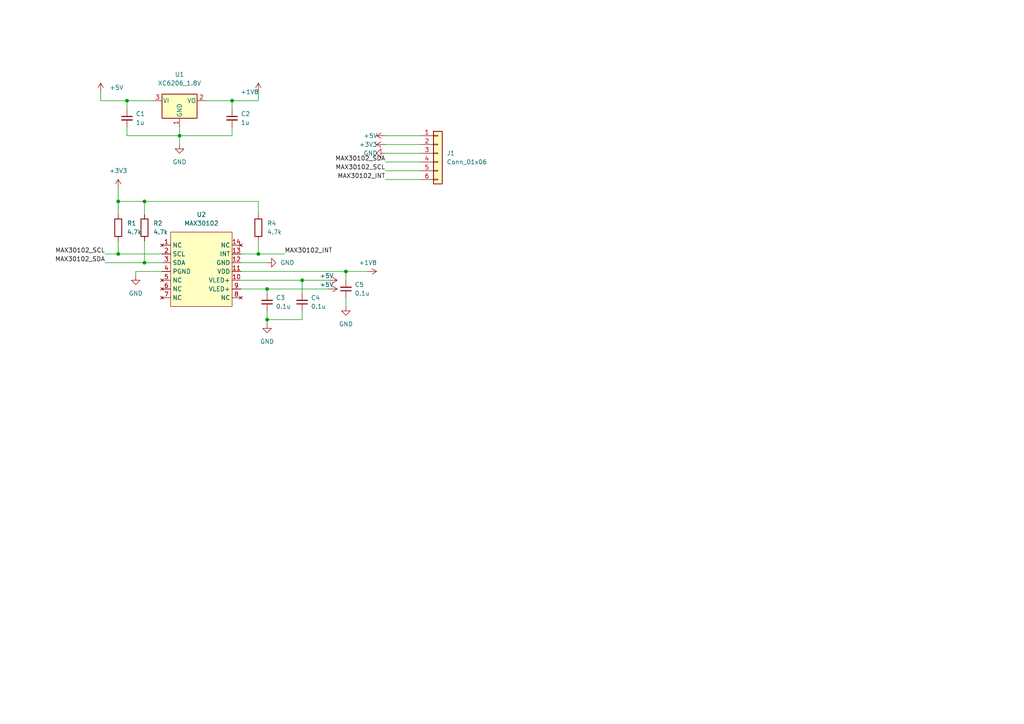
<source format=kicad_sch>
(kicad_sch (version 20211123) (generator eeschema)
  (paper "A4")
  (lib_symbols
    (symbol "Connector_Generic:Conn_01x06" (pin_names (offset 1.016) hide)
      (property "Reference" "J" (at 0 7.62 0))
      (property "Value" "Conn_01x06" (at 0 -10.16 0))
      (symbol "Conn_01x06_1_1"
        (rectangle (start -1.27 -7.493) (end 0 -7.747) (stroke (width 0.1524)))
        (rectangle (start -1.27 -4.953) (end 0 -5.207) (stroke (width 0.1524)))
        (rectangle (start -1.27 -2.413) (end 0 -2.667) (stroke (width 0.1524)))
        (rectangle (start -1.27 0.127) (end 0 -0.127) (stroke (width 0.1524)))
        (rectangle (start -1.27 2.667) (end 0 2.413) (stroke (width 0.1524)))
        (rectangle (start -1.27 5.207) (end 0 4.953) (stroke (width 0.1524)))
        (rectangle (start -1.27 6.35) (end 1.27 -8.89) (stroke (width 0.254)) (fill (type background)))
        (pin passive line (at -5.08 5.08 0) (length 3.81) (name "Pin_1") (number "1"))
        (pin passive line (at -5.08 2.54 0) (length 3.81) (name "Pin_2") (number "2"))
        (pin passive line (at -5.08 0 0) (length 3.81) (name "Pin_3") (number "3"))
        (pin passive line (at -5.08 -2.54 0) (length 3.81) (name "Pin_4") (number "4"))
        (pin passive line (at -5.08 -5.08 0) (length 3.81) (name "Pin_5") (number "5"))
        (pin passive line (at -5.08 -7.62 0) (length 3.81) (name "Pin_6") (number "6"))
      )
    )
    (symbol "Device:C_Small" (pin_numbers hide) (pin_names (offset 0.254) hide)
      (property "Reference" "C" (at 0.254 1.778 0))
      (property "Value" "C_Small" (at 0.254 -2.032 0))
      (symbol "C_Small_0_1"
        (polyline (pts (xy -1.524 -0.508) (xy 1.524 -0.508)) (stroke (width 0.3302)))
        (polyline (pts (xy -1.524 0.508) (xy 1.524 0.508)) (stroke (width 0.3048)))
      )
      (symbol "C_Small_1_1"
        (pin passive line (at 0 2.54 270) (length 2.032) (name "~") (number "1"))
        (pin passive line (at 0 -2.54 90) (length 2.032) (name "~") (number "2"))
      )
    )
    (symbol "Device:R" (pin_numbers hide) (pin_names (offset 0))
      (property "Reference" "R" (at 2.032 0 90))
      (property "Value" "R" (at 0 0 90))
      (symbol "R_0_1"
        (rectangle (start -1.016 -2.54) (end 1.016 2.54) (stroke (width 0.254)))
      )
      (symbol "R_1_1"
        (pin passive line (at 0 3.81 270) (length 1.27) (name "~") (number "1"))
        (pin passive line (at 0 -3.81 90) (length 1.27) (name "~") (number "2"))
      )
    )
    (symbol "Library:MAX30102"
      (property "Reference" "U" (at 0 -10.16 0))
      (property "Value" "MAX30102" (at 0 8.89 0))
      (symbol "MAX30102_0_1"
        (rectangle (start -8.89 10.16) (end 8.89 -11.43) (fill (type background)))
      )
      (symbol "MAX30102_1_1"
        (pin no_connect line (at -11.43 6.35 0) (length 2.54) (name "NC") (number "1"))
        (pin free line (at 11.43 -3.81 180) (length 2.54) (name "VLED+") (number "10"))
        (pin free line (at 11.43 -1.27 180) (length 2.54) (name "VDD") (number "11"))
        (pin free line (at 11.43 1.27 180) (length 2.54) (name "GND") (number "12"))
        (pin free line (at 11.43 3.81 180) (length 2.54) (name "INT") (number "13"))
        (pin no_connect line (at 11.43 6.35 180) (length 2.54) (name "NC") (number "14"))
        (pin free line (at -11.43 3.81 0) (length 2.54) (name "SCL") (number "2"))
        (pin free line (at -11.43 1.27 0) (length 2.54) (name "SDA") (number "3"))
        (pin free line (at -11.43 -1.27 0) (length 2.54) (name "PGND") (number "4"))
        (pin no_connect line (at -11.43 -3.81 0) (length 2.54) (name "NC") (number "5"))
        (pin no_connect line (at -11.43 -6.35 0) (length 2.54) (name "NC") (number "6"))
        (pin no_connect line (at -11.43 -8.89 0) (length 2.54) (name "NC") (number "7"))
        (pin no_connect line (at 11.43 -8.89 180) (length 2.54) (name "NC") (number "8"))
        (pin free line (at 11.43 -6.35 180) (length 2.54) (name "VLED+") (number "9"))
      )
    )
    (symbol "Regulator_Linear:XC6206PxxxMR" (pin_names (offset 0.254))
      (property "Reference" "U" (at -3.81 3.175 0))
      (property "Value" "XC6206PxxxMR" (at 0 3.175 0))
      (symbol "XC6206PxxxMR_0_1"
        (rectangle (start -5.08 1.905) (end 5.08 -5.08) (stroke (width 0.254)) (fill (type background)))
      )
      (symbol "XC6206PxxxMR_1_1"
        (pin power_in line (at 0 -7.62 90) (length 2.54) (name "GND") (number "1"))
        (pin power_out line (at 7.62 0 180) (length 2.54) (name "VO") (number "2"))
        (pin power_in line (at -7.62 0 0) (length 2.54) (name "VI") (number "3"))
      )
    )
    (symbol "power:+1V8" (power) (pin_names (offset 0))
      (property "Value" "+1V8" (at 0 3.556 0))
      (symbol "+1V8_0_1"
        (polyline (pts (xy -0.762 1.27) (xy 0 2.54)))
        (polyline (pts (xy 0 0) (xy 0 2.54)))
        (polyline (pts (xy 0 2.54) (xy 0.762 1.27)))
      )
      (symbol "+1V8_1_1"
        (pin power_in line (at 0 0 90) (length 0) hide (name "+1V8") (number "1"))
      )
    )
    (symbol "power:+3V3" (power) (pin_names (offset 0))
      (property "Value" "+3V3" (at 0 3.556 0))
      (symbol "+3V3_0_1"
        (polyline (pts (xy -0.762 1.27) (xy 0 2.54)))
        (polyline (pts (xy 0 0) (xy 0 2.54)))
        (polyline (pts (xy 0 2.54) (xy 0.762 1.27)))
      )
      (symbol "+3V3_1_1"
        (pin power_in line (at 0 0 90) (length 0) hide (name "+3V3") (number "1"))
      )
    )
    (symbol "power:+5V" (power) (pin_names (offset 0))
      (property "Value" "+5V" (at 0 3.556 0))
      (symbol "+5V_0_1"
        (polyline (pts (xy -0.762 1.27) (xy 0 2.54)))
        (polyline (pts (xy 0 0) (xy 0 2.54)))
        (polyline (pts (xy 0 2.54) (xy 0.762 1.27)))
      )
      (symbol "+5V_1_1"
        (pin power_in line (at 0 0 90) (length 0) hide (name "+5V") (number "1"))
      )
    )
    (symbol "power:GND" (power) (pin_names (offset 0))
      (property "Value" "GND" (at 0 -3.81 0))
      (symbol "GND_0_1"
        (polyline (pts (xy 0 0) (xy 0 -1.27) (xy 1.27 -1.27) (xy 0 -2.54) (xy -1.27 -1.27) (xy 0 -1.27)))
      )
      (symbol "GND_1_1"
        (pin power_in line (at 0 0 270) (length 0) hide (name "GND") (number "1"))
      )
    )
  )
  (junction (at 41.91 58.42))
  (junction (at 41.91 76.2))
  (junction (at 34.29 73.66))
  (junction (at 87.63 81.28))
  (junction (at 77.47 92.71))
  (junction (at 36.83 29.21))
  (junction (at 52.07 39.37))
  (junction (at 100.33 78.74))
  (junction (at 34.29 58.42))
  (junction (at 77.47 83.82))
  (junction (at 67.31 29.21))
  (junction (at 74.93 73.66))
  (wire (pts (xy 111.76 41.91) (xy 121.92 41.91)))
  (wire (pts (xy 67.31 39.37) (xy 67.31 36.83)))
  (wire (pts (xy 74.93 73.66) (xy 82.55 73.66)))
  (wire (pts (xy 87.63 90.17) (xy 87.63 92.71)))
  (wire (pts (xy 34.29 58.42) (xy 34.29 62.23)))
  (wire (pts (xy 29.21 29.21) (xy 36.83 29.21)))
  (wire (pts (xy 100.33 86.36) (xy 100.33 88.9)))
  (wire (pts (xy 87.63 81.28) (xy 95.25 81.28)))
  (wire (pts (xy 111.76 39.37) (xy 121.92 39.37)))
  (wire (pts (xy 87.63 92.71) (xy 77.47 92.71)))
  (wire (pts (xy 52.07 39.37) (xy 36.83 39.37)))
  (wire (pts (xy 69.85 73.66) (xy 74.93 73.66)))
  (wire (pts (xy 44.45 29.21) (xy 36.83 29.21)))
  (wire (pts (xy 39.37 78.74) (xy 39.37 80.01)))
  (wire (pts (xy 111.76 49.53) (xy 121.92 49.53)))
  (wire (pts (xy 29.21 29.21) (xy 29.21 26.67)))
  (wire (pts (xy 111.76 46.99) (xy 121.92 46.99)))
  (wire (pts (xy 69.85 78.74) (xy 100.33 78.74)))
  (wire (pts (xy 59.69 29.21) (xy 67.31 29.21)))
  (wire (pts (xy 46.99 78.74) (xy 39.37 78.74)))
  (wire (pts (xy 77.47 83.82) (xy 95.25 83.82)))
  (wire (pts (xy 30.48 73.66) (xy 34.29 73.66)))
  (wire (pts (xy 52.07 39.37) (xy 67.31 39.37)))
  (wire (pts (xy 77.47 92.71) (xy 77.47 93.98)))
  (wire (pts (xy 52.07 39.37) (xy 52.07 41.91)))
  (wire (pts (xy 41.91 62.23) (xy 41.91 58.42)))
  (wire (pts (xy 111.76 52.07) (xy 121.92 52.07)))
  (wire (pts (xy 77.47 83.82) (xy 77.47 85.09)))
  (wire (pts (xy 100.33 78.74) (xy 100.33 81.28)))
  (wire (pts (xy 77.47 90.17) (xy 77.47 92.71)))
  (wire (pts (xy 34.29 69.85) (xy 34.29 73.66)))
  (wire (pts (xy 74.93 58.42) (xy 41.91 58.42)))
  (wire (pts (xy 36.83 29.21) (xy 36.83 31.75)))
  (wire (pts (xy 34.29 73.66) (xy 46.99 73.66)))
  (wire (pts (xy 69.85 76.2) (xy 77.47 76.2)))
  (wire (pts (xy 74.93 26.67) (xy 74.93 29.21)))
  (wire (pts (xy 34.29 54.61) (xy 34.29 58.42)))
  (wire (pts (xy 30.48 76.2) (xy 41.91 76.2)))
  (wire (pts (xy 41.91 69.85) (xy 41.91 76.2)))
  (wire (pts (xy 74.93 73.66) (xy 74.93 69.85)))
  (wire (pts (xy 69.85 83.82) (xy 77.47 83.82)))
  (wire (pts (xy 52.07 36.83) (xy 52.07 39.37)))
  (wire (pts (xy 74.93 62.23) (xy 74.93 58.42)))
  (wire (pts (xy 36.83 39.37) (xy 36.83 36.83)))
  (wire (pts (xy 67.31 29.21) (xy 67.31 31.75)))
  (wire (pts (xy 67.31 29.21) (xy 74.93 29.21)))
  (wire (pts (xy 41.91 58.42) (xy 34.29 58.42)))
  (wire (pts (xy 100.33 78.74) (xy 106.68 78.74)))
  (wire (pts (xy 69.85 81.28) (xy 87.63 81.28)))
  (wire (pts (xy 87.63 81.28) (xy 87.63 85.09)))
  (wire (pts (xy 41.91 76.2) (xy 46.99 76.2)))
  (wire (pts (xy 111.76 44.45) (xy 121.92 44.45)))
  (label "MAX30102_SCL" (at 30.48 73.66 180))
  (label "MAX30102_SDA" (at 30.48 76.2 180))
  (label "MAX30102_INT" (at 82.55 73.66 0))
  (label "MAX30102_INT" (at 111.76 52.07 180))
  (label "MAX30102_SDA" (at 111.76 46.99 180))
  (label "MAX30102_SCL" (at 111.76 49.53 180))
  (symbol (lib_id "power:GND") (at 52.07 41.91 0) (unit 1)
    (property "Reference" "#PWR0101" (effects hide))
    (property "Value" "GND" (at 52.07 46.99 0))
  )
  (symbol (lib_id "Device:R") (at 74.93 66.04 0) (unit 1)
    (property "Reference" "R4" (at 77.47 64.7699 0) (effects (justify left)))
    (property "Value" "4.7k" (at 77.47 67.3099 0) (effects (justify left)))
    (property "Footprint" "Resistor_SMD:R_0603_1608Metric" (effects hide))
  )
  (symbol (lib_id "Connector_Generic:Conn_01x06") (at 127 44.45 0) (unit 1)
    (property "Reference" "J1" (at 129.54 44.4499 0) (effects (justify left)))
    (property "Value" "Conn_01x06" (at 129.54 46.9899 0) (effects (justify left)))
    (property "Footprint" "Connector_PinHeader_2.54mm:PinHeader_1x06_P2.54mm_Vertical" (effects hide))
  )
  (symbol (lib_id "Device:C_Small") (at 87.63 87.63 180) (unit 1)
    (property "Reference" "C4" (at 90.17 86.3535 0) (effects (justify right)))
    (property "Value" "0.1u" (at 90.17 88.8935 0) (effects (justify right)))
    (property "Footprint" "Capacitor_SMD:C_0603_1608Metric" (effects hide))
  )
  (symbol (lib_id "Device:C_Small") (at 36.83 34.29 0) (unit 1)
    (property "Reference" "C1" (at 39.37 33.0262 0) (effects (justify left)))
    (property "Value" "1u" (at 39.37 35.5662 0) (effects (justify left)))
    (property "Footprint" "Capacitor_SMD:C_0603_1608Metric" (effects hide))
  )
  (symbol (lib_id "power:+1V8") (at 74.93 26.67 0) (unit 1)
    (property "Reference" "#PWR08" (effects hide))
    (property "Value" "+1V8" (at 72.39 26.67 0))
  )
  (symbol (lib_id "power:GND") (at 77.47 76.2 90) (unit 1)
    (property "Reference" "#PWR0105" (effects hide))
    (property "Value" "GND" (at 81.28 76.1999 90) (effects (justify right)))
  )
  (symbol (lib_id "power:+5V") (at 29.21 26.67 0) (unit 1)
    (property "Reference" "#PWR01" (effects hide))
    (property "Value" "+5V" (at 31.75 25.3999 0) (effects (justify left)))
  )
  (symbol (lib_id "Device:C_Small") (at 77.47 87.63 180) (unit 1)
    (property "Reference" "C3" (at 80.01 86.3535 0) (effects (justify right)))
    (property "Value" "0.1u" (at 80.01 88.8935 0) (effects (justify right)))
    (property "Footprint" "Capacitor_SMD:C_0603_1608Metric" (effects hide))
  )
  (symbol (lib_id "Regulator_Linear:XC6206PxxxMR") (at 52.07 29.21 0) (unit 1)
    (property "Reference" "U1" (at 52.07 21.59 0))
    (property "Value" "XC6206_1.8V" (at 52.07 24.13 0))
    (property "Footprint" "Package_TO_SOT_SMD:SOT-23" (effects hide))
    (property "Datasheet" "https://www.torexsemi.com/file/xc6206/XC6206.pdf" (effects hide))
  )
  (symbol (lib_id "power:+5V") (at 95.25 83.82 270) (unit 1)
    (property "Reference" "#PWR?" (effects hide))
    (property "Value" "+5V" (at 92.71 82.55 90) (effects (justify left)))
  )
  (symbol (lib_id "Device:R") (at 34.29 66.04 0) (unit 1)
    (property "Reference" "R1" (at 36.83 64.7699 0) (effects (justify left)))
    (property "Value" "4.7k" (at 36.83 67.3099 0) (effects (justify left)))
    (property "Footprint" "Resistor_SMD:R_0603_1608Metric" (effects hide))
  )
  (symbol (lib_id "power:+5V") (at 111.76 39.37 90) (unit 1)
    (property "Reference" "#PWR011" (effects hide))
    (property "Value" "+5V" (at 105.41 39.37 90) (effects (justify right)))
  )
  (symbol (lib_id "power:GND") (at 77.47 93.98 0) (unit 1)
    (property "Reference" "#PWR?" (effects hide))
    (property "Value" "GND" (at 77.47 99.06 0))
  )
  (symbol (lib_id "power:+1V8") (at 106.68 78.74 270) (unit 1)
    (property "Reference" "#PWR010" (effects hide))
    (property "Value" "+1V8" (at 106.68 76.2 90))
  )
  (symbol (lib_id "power:+5V") (at 95.25 81.28 270) (unit 1)
    (property "Reference" "#PWR09" (effects hide))
    (property "Value" "+5V" (at 92.71 80.01 90) (effects (justify left)))
  )
  (symbol (lib_id "power:GND") (at 39.37 80.01 0) (unit 1)
    (property "Reference" "#PWR0102" (effects hide))
    (property "Value" "GND" (at 39.37 85.09 0))
  )
  (symbol (lib_id "power:+3V3") (at 34.29 54.61 0) (unit 1)
    (property "Reference" "#PWR02" (effects hide))
    (property "Value" "+3V3" (at 34.29 49.53 0))
  )
  (symbol (lib_id "Device:R") (at 41.91 66.04 0) (unit 1)
    (property "Reference" "R2" (at 44.45 64.7699 0) (effects (justify left)))
    (property "Value" "4.7k" (at 44.45 67.3099 0) (effects (justify left)))
    (property "Footprint" "Resistor_SMD:R_0603_1608Metric" (effects hide))
  )
  (symbol (lib_id "Device:C_Small") (at 100.33 83.82 180) (unit 1)
    (property "Reference" "C5" (at 102.87 82.5435 0) (effects (justify right)))
    (property "Value" "0.1u" (at 102.87 85.0835 0) (effects (justify right)))
    (property "Footprint" "Capacitor_SMD:C_0603_1608Metric" (effects hide))
  )
  (symbol (lib_id "power:+3V3") (at 111.76 41.91 90) (unit 1)
    (property "Reference" "#PWR012" (effects hide))
    (property "Value" "+3V3" (at 104.14 41.91 90) (effects (justify right)))
  )
  (symbol (lib_id "power:GND") (at 111.76 44.45 270) (unit 1)
    (property "Reference" "#PWR0104" (effects hide))
    (property "Value" "GND" (at 105.41 44.45 90) (effects (justify left)))
  )
  (symbol (lib_id "power:GND") (at 100.33 88.9 0) (unit 1)
    (property "Reference" "#PWR0106" (effects hide))
    (property "Value" "GND" (at 100.33 93.98 0))
  )
  (symbol (lib_id "Library:MAX30102") (at 58.42 77.47 0) (unit 1)
    (property "Reference" "U2" (at 58.42 62.23 0))
    (property "Value" "MAX30102" (at 58.42 64.77 0))
    (property "Footprint" "OptoDevice:Maxim_OLGA-14_3.3x5.6mm_P0.8mm" (effects hide))
  )
  (symbol (lib_id "Device:C_Small") (at 67.31 34.29 0) (unit 1)
    (property "Reference" "C2" (at 69.85 33.0262 0) (effects (justify left)))
    (property "Value" "1u" (at 69.85 35.5662 0) (effects (justify left)))
    (property "Footprint" "Capacitor_SMD:C_0603_1608Metric" (effects hide))
  )
)
</source>
